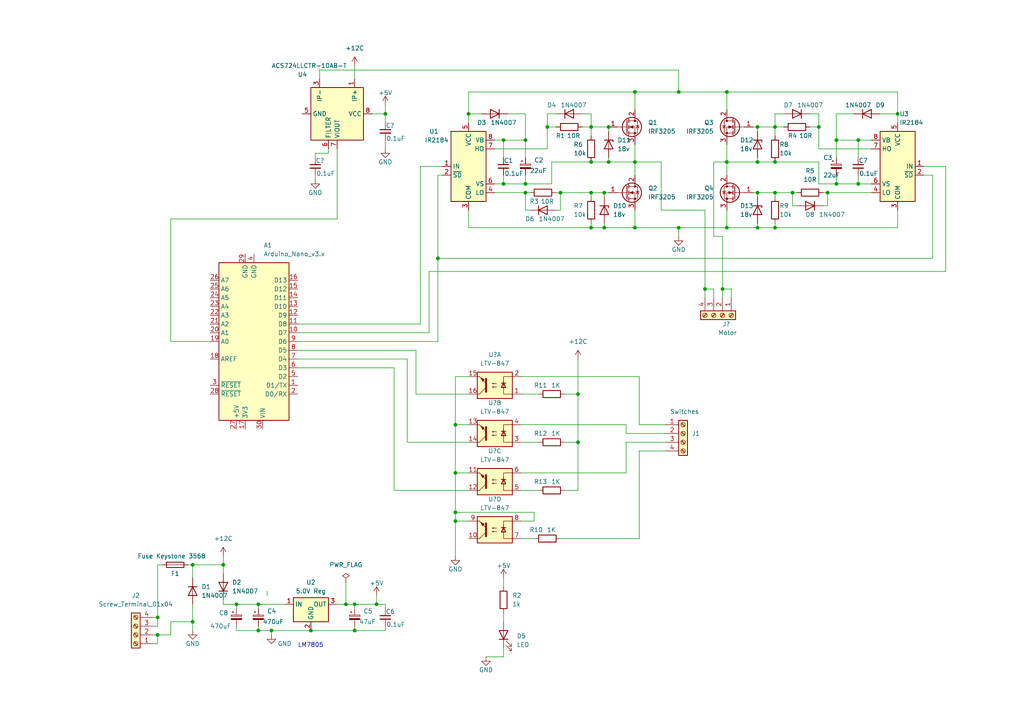
<source format=kicad_sch>
(kicad_sch (version 20211123) (generator eeschema)
  (paper "A4")
  (title_block (title "Steer Board") (date "2023-01-12") (comment 1 "Single Antenna Autosteer"))
  (lib_symbols
    (symbol "Connector:Screw_Terminal_01x04" (pin_names (offset 1.016) hide)
      (property "Reference" "J" (at 0 5.08 0))
      (property "Value" "Screw_Terminal_01x04" (at 0 -7.62 0))
      (symbol "Screw_Terminal_01x04_1_1"
        (rectangle (start -1.27 3.81) (end 1.27 -6.35) (stroke (width 0.254)) (fill (type background)))
        (circle (center 0 -5.08) (radius 0.635) (stroke (width 0.1524)))
        (circle (center 0 -2.54) (radius 0.635) (stroke (width 0.1524)))
        (polyline (pts (xy -0.5334 -4.7498) (xy 0.3302 -5.588)) (stroke (width 0.1524)))
        (polyline (pts (xy -0.5334 -2.2098) (xy 0.3302 -3.048)) (stroke (width 0.1524)))
        (polyline (pts (xy -0.5334 0.3302) (xy 0.3302 -0.508)) (stroke (width 0.1524)))
        (polyline (pts (xy -0.5334 2.8702) (xy 0.3302 2.032)) (stroke (width 0.1524)))
        (polyline (pts (xy -0.3556 -4.572) (xy 0.508 -5.4102)) (stroke (width 0.1524)))
        (polyline (pts (xy -0.3556 -2.032) (xy 0.508 -2.8702)) (stroke (width 0.1524)))
        (polyline (pts (xy -0.3556 0.508) (xy 0.508 -0.3302)) (stroke (width 0.1524)))
        (polyline (pts (xy -0.3556 3.048) (xy 0.508 2.2098)) (stroke (width 0.1524)))
        (circle (center 0 0) (radius 0.635) (stroke (width 0.1524)))
        (circle (center 0 2.54) (radius 0.635) (stroke (width 0.1524)))
        (pin passive line (at -5.08 2.54 0) (length 3.81) (name "Pin_1") (number "1"))
        (pin passive line (at -5.08 0 0) (length 3.81) (name "Pin_2") (number "2"))
        (pin passive line (at -5.08 -2.54 0) (length 3.81) (name "Pin_3") (number "3"))
        (pin passive line (at -5.08 -5.08 0) (length 3.81) (name "Pin_4") (number "4"))
      )
    )
    (symbol "Converter_DCDC:OKI-78SR-3.3_1.5-W36-C"
      (property "Reference" "U" (at -3.81 3.175 0))
      (property "Value" "OKI-78SR-3.3_1.5-W36-C" (at 0 3.175 0))
      (symbol "OKI-78SR-3.3_1.5-W36-C_0_1"
        (rectangle (start -5.08 1.905) (end 5.08 -5.08) (stroke (width 0.254)) (fill (type background)))
      )
      (symbol "OKI-78SR-3.3_1.5-W36-C_1_1"
        (pin power_in line (at -7.62 0 0) (length 2.54) (name "IN") (number "1"))
        (pin power_in line (at 0 -7.62 90) (length 2.54) (name "GND") (number "2"))
        (pin power_out line (at 7.62 0 180) (length 2.54) (name "OUT") (number "3"))
      )
    )
    (symbol "Device:C_Polarized_Small" (pin_numbers hide) (pin_names (offset 0.254) hide)
      (property "Reference" "C" (at 0.254 1.778 0))
      (property "Value" "C_Polarized_Small" (at 0.254 -2.032 0))
      (symbol "C_Polarized_Small_0_1"
        (rectangle (start -1.524 -0.3048) (end 1.524 -0.6858) (fill (type outline)))
        (rectangle (start -1.524 0.6858) (end 1.524 0.3048))
        (polyline (pts (xy -1.27 1.524) (xy -0.762 1.524)))
        (polyline (pts (xy -1.016 1.27) (xy -1.016 1.778)))
      )
      (symbol "C_Polarized_Small_1_1"
        (pin passive line (at 0 2.54 270) (length 1.8542) (name "~") (number "1"))
        (pin passive line (at 0 -2.54 90) (length 1.8542) (name "~") (number "2"))
      )
    )
    (symbol "Device:C_Small" (pin_numbers hide) (pin_names (offset 0.254) hide)
      (property "Reference" "C" (at 0.254 1.778 0))
      (property "Value" "C_Small" (at 0.254 -2.032 0))
      (symbol "C_Small_0_1"
        (polyline (pts (xy -1.524 -0.508) (xy 1.524 -0.508)) (stroke (width 0.3302)))
        (polyline (pts (xy -1.524 0.508) (xy 1.524 0.508)) (stroke (width 0.3048)))
      )
      (symbol "C_Small_1_1"
        (pin passive line (at 0 2.54 270) (length 2.032) (name "~") (number "1"))
        (pin passive line (at 0 -2.54 90) (length 2.032) (name "~") (number "2"))
      )
    )
    (symbol "Device:D_Zener" (pin_numbers hide) (pin_names (offset 1.016) hide)
      (property "Reference" "D" (at 0 2.54 0))
      (property "Value" "D_Zener" (at 0 -2.54 0))
      (symbol "D_Zener_0_1"
        (polyline (pts (xy 1.27 0) (xy -1.27 0)))
        (polyline (pts (xy -1.27 -1.27) (xy -1.27 1.27) (xy -0.762 1.27)) (stroke (width 0.254)))
        (polyline (pts (xy 1.27 -1.27) (xy 1.27 1.27) (xy -1.27 0) (xy 1.27 -1.27)) (stroke (width 0.254)))
      )
      (symbol "D_Zener_1_1"
        (pin passive line (at -3.81 0 0) (length 2.54) (name "K") (number "1"))
        (pin passive line (at 3.81 0 180) (length 2.54) (name "A") (number "2"))
      )
    )
    (symbol "Device:Fuse" (pin_numbers hide) (pin_names (offset 0))
      (property "Reference" "F" (at 2.032 0 90))
      (property "Value" "Fuse" (at -1.905 0 90))
      (symbol "Fuse_0_1"
        (rectangle (start -0.762 -2.54) (end 0.762 2.54) (stroke (width 0.254)))
        (polyline (pts (xy 0 2.54) (xy 0 -2.54)))
      )
      (symbol "Fuse_1_1"
        (pin passive line (at 0 3.81 270) (length 1.27) (name "~") (number "1"))
        (pin passive line (at 0 -3.81 90) (length 1.27) (name "~") (number "2"))
      )
    )
    (symbol "Device:LED" (pin_numbers hide) (pin_names (offset 1.016) hide)
      (property "Reference" "D" (at 0 2.54 0))
      (property "Value" "LED" (at 0 -2.54 0))
      (symbol "LED_0_1"
        (polyline (pts (xy -1.27 -1.27) (xy -1.27 1.27)) (stroke (width 0.254)))
        (polyline (pts (xy -1.27 0) (xy 1.27 0)))
        (polyline (pts (xy 1.27 -1.27) (xy 1.27 1.27) (xy -1.27 0) (xy 1.27 -1.27)) (stroke (width 0.254)))
        (polyline (pts (xy -3.048 -0.762) (xy -4.572 -2.286) (xy -3.81 -2.286) (xy -4.572 -2.286) (xy -4.572 -1.524)))
        (polyline (pts (xy -1.778 -0.762) (xy -3.302 -2.286) (xy -2.54 -2.286) (xy -3.302 -2.286) (xy -3.302 -1.524)))
      )
      (symbol "LED_1_1"
        (pin passive line (at -3.81 0 0) (length 2.54) (name "K") (number "1"))
        (pin passive line (at 3.81 0 180) (length 2.54) (name "A") (number "2"))
      )
    )
    (symbol "Device:R" (pin_numbers hide) (pin_names (offset 0))
      (property "Reference" "R" (at 2.032 0 90))
      (property "Value" "R" (at 0 0 90))
      (symbol "R_0_1"
        (rectangle (start -1.016 -2.54) (end 1.016 2.54) (stroke (width 0.254)))
      )
      (symbol "R_1_1"
        (pin passive line (at 0 3.81 270) (length 1.27) (name "~") (number "1"))
        (pin passive line (at 0 -3.81 90) (length 1.27) (name "~") (number "2"))
      )
    )
    (symbol "Diode:1N4007" (pin_numbers hide) (pin_names hide)
      (property "Reference" "D" (at 0 2.54 0))
      (property "Value" "1N4007" (at 0 -2.54 0))
      (symbol "1N4007_0_1"
        (polyline (pts (xy -1.27 1.27) (xy -1.27 -1.27)) (stroke (width 0.254)))
        (polyline (pts (xy 1.27 0) (xy -1.27 0)))
        (polyline (pts (xy 1.27 1.27) (xy 1.27 -1.27) (xy -1.27 0) (xy 1.27 1.27)) (stroke (width 0.254)))
      )
      (symbol "1N4007_1_1"
        (pin passive line (at -3.81 0 0) (length 2.54) (name "K") (number "1"))
        (pin passive line (at 3.81 0 180) (length 2.54) (name "A") (number "2"))
      )
    )
    (symbol "Driver_FET:IR2184"
      (property "Reference" "U" (at 1.27 13.335 0))
      (property "Value" "IR2184" (at 1.27 11.43 0))
      (symbol "IR2184_0_1"
        (rectangle (start -5.08 -10.16) (end 5.08 10.16) (stroke (width 0.254)) (fill (type background)))
      )
      (symbol "IR2184_1_1"
        (pin input line (at -7.62 0 0) (length 2.54) (name "IN") (number "1"))
        (pin input line (at -7.62 -2.54 0) (length 2.54) (name "~{SD}") (number "2"))
        (pin power_in line (at 0 -12.7 90) (length 2.54) (name "COM") (number "3"))
        (pin output line (at 7.62 -7.62 180) (length 2.54) (name "LO") (number "4"))
        (pin power_in line (at 0 12.7 270) (length 2.54) (name "VCC") (number "5"))
        (pin passive line (at 7.62 -5.08 180) (length 2.54) (name "VS") (number "6"))
        (pin output line (at 7.62 5.08 180) (length 2.54) (name "HO") (number "7"))
        (pin passive line (at 7.62 7.62 180) (length 2.54) (name "VB") (number "8"))
      )
    )
    (symbol "Isolator:LTV-847" (pin_names (offset 1.016))
      (property "Reference" "U" (at -5.08 5.08 0))
      (property "Value" "LTV-847" (at 0 5.08 0))
      (symbol "LTV-847_0_1"
        (rectangle (start -5.08 3.81) (end 5.08 -3.81) (stroke (width 0.254)) (fill (type background)))
        (polyline (pts (xy -3.175 -0.635) (xy -1.905 -0.635)) (stroke (width 0.254)))
        (polyline (pts (xy 2.54 0.635) (xy 4.445 2.54)))
        (polyline (pts (xy 4.445 -2.54) (xy 2.54 -0.635)) (fill (type outline)))
        (polyline (pts (xy 4.445 -2.54) (xy 5.08 -2.54)))
        (polyline (pts (xy 4.445 2.54) (xy 5.08 2.54)))
        (polyline (pts (xy -2.54 -0.635) (xy -2.54 -2.54) (xy -5.08 -2.54)))
        (polyline (pts (xy 2.54 1.905) (xy 2.54 -1.905) (xy 2.54 -1.905)) (stroke (width 0.508)))
        (polyline (pts (xy -5.08 2.54) (xy -2.54 2.54) (xy -2.54 -1.27) (xy -2.54 0.635)))
        (polyline (pts (xy -2.54 -0.635) (xy -3.175 0.635) (xy -1.905 0.635) (xy -2.54 -0.635)) (stroke (width 0.254)))
        (polyline (pts (xy -0.508 -0.508) (xy 0.762 -0.508) (xy 0.381 -0.635) (xy 0.381 -0.381) (xy 0.762 -0.508)))
        (polyline (pts (xy -0.508 0.508) (xy 0.762 0.508) (xy 0.381 0.381) (xy 0.381 0.635) (xy 0.762 0.508)))
        (polyline (pts (xy 3.048 -1.651) (xy 3.556 -1.143) (xy 4.064 -2.159) (xy 3.048 -1.651) (xy 3.048 -1.651)) (fill (type outline)))
      )
      (symbol "LTV-847_1_1"
        (pin passive line (at -7.62 2.54 0) (length 2.54) (name "~") (number "1"))
        (pin passive line (at 7.62 -2.54 180) (length 2.54) (name "~") (number "15"))
        (pin passive line (at 7.62 2.54 180) (length 2.54) (name "~") (number "16"))
        (pin passive line (at -7.62 -2.54 0) (length 2.54) (name "~") (number "2"))
      )
      (symbol "LTV-847_2_1"
        (pin passive line (at 7.62 -2.54 180) (length 2.54) (name "~") (number "13"))
        (pin passive line (at 7.62 2.54 180) (length 2.54) (name "~") (number "14"))
        (pin passive line (at -7.62 2.54 0) (length 2.54) (name "~") (number "3"))
        (pin passive line (at -7.62 -2.54 0) (length 2.54) (name "~") (number "4"))
      )
      (symbol "LTV-847_3_1"
        (pin passive line (at 7.62 -2.54 180) (length 2.54) (name "~") (number "11"))
        (pin passive line (at 7.62 2.54 180) (length 2.54) (name "~") (number "12"))
        (pin passive line (at -7.62 2.54 0) (length 2.54) (name "~") (number "5"))
        (pin passive line (at -7.62 -2.54 0) (length 2.54) (name "~") (number "6"))
      )
      (symbol "LTV-847_4_1"
        (pin passive line (at 7.62 2.54 180) (length 2.54) (name "~") (number "10"))
        (pin passive line (at -7.62 2.54 0) (length 2.54) (name "~") (number "7"))
        (pin passive line (at -7.62 -2.54 0) (length 2.54) (name "~") (number "8"))
        (pin passive line (at 7.62 -2.54 180) (length 2.54) (name "~") (number "9"))
      )
    )
    (symbol "MCU_Module:Arduino_Nano_v3.x"
      (property "Reference" "A" (at -10.16 23.495 0))
      (property "Value" "Arduino_Nano_v3.x" (at 5.08 -24.13 0))
      (symbol "Arduino_Nano_v3.x_0_1"
        (rectangle (start -10.16 22.86) (end 10.16 -22.86) (stroke (width 0.254)) (fill (type background)))
      )
      (symbol "Arduino_Nano_v3.x_1_1"
        (pin bidirectional line (at -12.7 12.7 0) (length 2.54) (name "D1/TX") (number "1"))
        (pin bidirectional line (at -12.7 -2.54 0) (length 2.54) (name "D7") (number "10"))
        (pin bidirectional line (at -12.7 -5.08 0) (length 2.54) (name "D8") (number "11"))
        (pin bidirectional line (at -12.7 -7.62 0) (length 2.54) (name "D9") (number "12"))
        (pin bidirectional line (at -12.7 -10.16 0) (length 2.54) (name "D10") (number "13"))
        (pin bidirectional line (at -12.7 -12.7 0) (length 2.54) (name "D11") (number "14"))
        (pin bidirectional line (at -12.7 -15.24 0) (length 2.54) (name "D12") (number "15"))
        (pin bidirectional line (at -12.7 -17.78 0) (length 2.54) (name "D13") (number "16"))
        (pin power_out line (at 2.54 25.4 270) (length 2.54) (name "3V3") (number "17"))
        (pin input line (at 12.7 5.08 180) (length 2.54) (name "AREF") (number "18"))
        (pin bidirectional line (at 12.7 0 180) (length 2.54) (name "A0") (number "19"))
        (pin bidirectional line (at -12.7 15.24 0) (length 2.54) (name "D0/RX") (number "2"))
        (pin bidirectional line (at 12.7 -2.54 180) (length 2.54) (name "A1") (number "20"))
        (pin bidirectional line (at 12.7 -5.08 180) (length 2.54) (name "A2") (number "21"))
        (pin bidirectional line (at 12.7 -7.62 180) (length 2.54) (name "A3") (number "22"))
        (pin bidirectional line (at 12.7 -10.16 180) (length 2.54) (name "A4") (number "23"))
        (pin bidirectional line (at 12.7 -12.7 180) (length 2.54) (name "A5") (number "24"))
        (pin bidirectional line (at 12.7 -15.24 180) (length 2.54) (name "A6") (number "25"))
        (pin bidirectional line (at 12.7 -17.78 180) (length 2.54) (name "A7") (number "26"))
        (pin power_out line (at 5.08 25.4 270) (length 2.54) (name "+5V") (number "27"))
        (pin input line (at 12.7 15.24 180) (length 2.54) (name "~{RESET}") (number "28"))
        (pin power_in line (at 2.54 -25.4 90) (length 2.54) (name "GND") (number "29"))
        (pin input line (at 12.7 12.7 180) (length 2.54) (name "~{RESET}") (number "3"))
        (pin power_in line (at -2.54 25.4 270) (length 2.54) (name "VIN") (number "30"))
        (pin power_in line (at 0 -25.4 90) (length 2.54) (name "GND") (number "4"))
        (pin bidirectional line (at -12.7 10.16 0) (length 2.54) (name "D2") (number "5"))
        (pin bidirectional line (at -12.7 7.62 0) (length 2.54) (name "D3") (number "6"))
        (pin bidirectional line (at -12.7 5.08 0) (length 2.54) (name "D4") (number "7"))
        (pin bidirectional line (at -12.7 2.54 0) (length 2.54) (name "D5") (number "8"))
        (pin bidirectional line (at -12.7 0 0) (length 2.54) (name "D6") (number "9"))
      )
    )
    (symbol "Sensor_Current:ACS724xLCTR-05AB"
      (property "Reference" "U" (at 2.54 11.43 0))
      (property "Value" "ACS724xLCTR-05AB" (at 2.54 8.89 0))
      (symbol "ACS724xLCTR-05AB_0_1"
        (rectangle (start -7.62 7.62) (end 7.62 -7.62) (stroke (width 0.254)) (fill (type background)))
      )
      (symbol "ACS724xLCTR-05AB_1_1"
        (pin passive line (at -10.16 5.08 0) (length 2.54) (name "IP+") (number "1"))
        (pin passive line (at -10.16 5.08 0) (length 2.54) hide (name "IP+") (number "2"))
        (pin passive line (at -10.16 -5.08 0) (length 2.54) (name "IP-") (number "3"))
        (pin passive line (at -10.16 -5.08 0) (length 2.54) hide (name "IP-") (number "4"))
        (pin power_in line (at 0 -10.16 90) (length 2.54) (name "GND") (number "5"))
        (pin passive line (at 10.16 -2.54 180) (length 2.54) (name "FILTER") (number "6"))
        (pin output line (at 10.16 0 180) (length 2.54) (name "VIOUT") (number "7"))
        (pin power_in line (at 0 10.16 270) (length 2.54) (name "VCC") (number "8"))
      )
    )
    (symbol "Transistor_FET:IRF3205" (pin_names hide)
      (property "Reference" "Q" (at 6.35 1.905 0))
      (property "Value" "IRF3205" (at 6.35 0 0))
      (symbol "IRF3205_0_1"
        (polyline (pts (xy 0.254 0) (xy -2.54 0)))
        (polyline (pts (xy 0.254 1.905) (xy 0.254 -1.905)) (stroke (width 0.254)))
        (polyline (pts (xy 0.762 -1.27) (xy 0.762 -2.286)) (stroke (width 0.254)))
        (polyline (pts (xy 0.762 0.508) (xy 0.762 -0.508)) (stroke (width 0.254)))
        (polyline (pts (xy 0.762 2.286) (xy 0.762 1.27)) (stroke (width 0.254)))
        (polyline (pts (xy 2.54 2.54) (xy 2.54 1.778)))
        (polyline (pts (xy 2.54 -2.54) (xy 2.54 0) (xy 0.762 0)))
        (polyline (pts (xy 0.762 -1.778) (xy 3.302 -1.778) (xy 3.302 1.778) (xy 0.762 1.778)))
        (polyline (pts (xy 1.016 0) (xy 2.032 0.381) (xy 2.032 -0.381) (xy 1.016 0)) (fill (type outline)))
        (polyline (pts (xy 2.794 0.508) (xy 2.921 0.381) (xy 3.683 0.381) (xy 3.81 0.254)))
        (polyline (pts (xy 3.302 0.381) (xy 2.921 -0.254) (xy 3.683 -0.254) (xy 3.302 0.381)))
        (circle (center 1.651 0) (radius 2.794) (stroke (width 0.254)))
        (circle (center 2.54 -1.778) (radius 0.254) (fill (type outline)))
        (circle (center 2.54 1.778) (radius 0.254) (fill (type outline)))
      )
      (symbol "IRF3205_1_1"
        (pin input line (at -5.08 0 0) (length 2.54) (name "G") (number "1"))
        (pin passive line (at 2.54 5.08 270) (length 2.54) (name "D") (number "2"))
        (pin passive line (at 2.54 -5.08 90) (length 2.54) (name "S") (number "3"))
      )
    )
    (symbol "power:+12C" (power) (pin_names (offset 0))
      (property "Value" "+12C" (at 0 3.81 0))
      (symbol "+12C_0_1"
        (polyline (pts (xy -0.762 1.27) (xy 0 2.54)))
        (polyline (pts (xy 0 0) (xy 0 2.54)))
        (polyline (pts (xy 0 2.54) (xy 0.762 1.27)))
      )
      (symbol "+12C_1_1"
        (pin power_in line (at 0 0 90) (length 0) hide (name "+12C") (number "1"))
      )
    )
    (symbol "power:+5V" (power) (pin_names (offset 0))
      (property "Value" "+5V" (at 0 3.556 0))
      (symbol "+5V_0_1"
        (polyline (pts (xy -0.762 1.27) (xy 0 2.54)))
        (polyline (pts (xy 0 0) (xy 0 2.54)))
        (polyline (pts (xy 0 2.54) (xy 0.762 1.27)))
      )
      (symbol "+5V_1_1"
        (pin power_in line (at 0 0 90) (length 0) hide (name "+5V") (number "1"))
      )
    )
    (symbol "power:GND" (power) (pin_names (offset 0))
      (property "Value" "GND" (at 0 -3.81 0))
      (symbol "GND_0_1"
        (polyline (pts (xy 0 0) (xy 0 -1.27) (xy 1.27 -1.27) (xy 0 -2.54) (xy -1.27 -1.27) (xy 0 -1.27)))
      )
      (symbol "GND_1_1"
        (pin power_in line (at 0 0 270) (length 0) hide (name "GND") (number "1"))
      )
    )
    (symbol "power:PWR_FLAG" (power) (pin_numbers hide) (pin_names (offset 0) hide)
      (property "Value" "PWR_FLAG" (at 0 3.81 0))
      (symbol "PWR_FLAG_0_0"
        (pin power_out line (at 0 0 90) (length 0) (name "pwr") (number "1"))
      )
      (symbol "PWR_FLAG_0_1"
        (polyline (pts (xy 0 0) (xy 0 1.27) (xy -1.016 1.905) (xy 0 2.54) (xy 1.016 1.905) (xy 0 1.27)))
      )
    )
  )
  (junction (at 109.22 175.26))
  (junction (at 248.92 40.64))
  (junction (at 100.33 175.26))
  (junction (at 219.71 46.99))
  (junction (at 146.05 53.34))
  (junction (at 176.53 36.83))
  (junction (at 146.05 40.64))
  (junction (at 196.85 26.67))
  (junction (at 74.93 182.88))
  (junction (at 171.45 66.04))
  (junction (at 45.72 179.07))
  (junction (at 111.76 33.02))
  (junction (at 132.08 137.16))
  (junction (at 219.71 55.88))
  (junction (at 184.15 26.67))
  (junction (at 171.45 36.83))
  (junction (at 167.64 114.3))
  (junction (at 90.17 182.88))
  (junction (at 237.49 36.83))
  (junction (at 68.58 175.26))
  (junction (at 229.87 55.88))
  (junction (at 210.82 26.67))
  (junction (at 240.03 55.88))
  (junction (at 224.79 46.99))
  (junction (at 224.79 36.83))
  (junction (at 152.4 53.34))
  (junction (at 209.55 83.82))
  (junction (at 64.77 163.83))
  (junction (at 132.08 123.19))
  (junction (at 135.89 33.02))
  (junction (at 74.93 175.26))
  (junction (at 55.88 180.34))
  (junction (at 132.08 151.13))
  (junction (at 184.15 66.04))
  (junction (at 204.47 83.82))
  (junction (at 184.15 46.99))
  (junction (at 175.26 55.88))
  (junction (at 224.79 55.88))
  (junction (at 171.45 55.88))
  (junction (at 248.92 53.34))
  (junction (at 78.74 182.88))
  (junction (at 242.57 53.34))
  (junction (at 152.4 40.64))
  (junction (at 175.26 66.04))
  (junction (at 242.57 40.64))
  (junction (at 158.75 36.83))
  (junction (at 210.82 66.04))
  (junction (at 219.71 66.04))
  (junction (at 132.08 148.59))
  (junction (at 102.87 182.88))
  (junction (at 102.87 175.26))
  (junction (at 162.56 55.88))
  (junction (at 224.79 66.04))
  (junction (at 55.88 163.83))
  (junction (at 152.4 55.88))
  (junction (at 196.85 66.04))
  (junction (at 127 74.93))
  (junction (at 210.82 46.99))
  (junction (at 176.53 46.99))
  (junction (at 219.71 36.83))
  (junction (at 167.64 128.27))
  (junction (at 45.72 184.15))
  (junction (at 171.45 46.99))
  (junction (at 260.35 33.02))
  (wire (pts (xy 97.79 175.26) (xy 100.33 175.26)))
  (wire (pts (xy 95.25 44.45) (xy 91.44 44.45)))
  (wire (pts (xy 45.72 163.83) (xy 45.72 179.07)))
  (wire (pts (xy 146.05 167.64) (xy 146.05 170.18)))
  (wire (pts (xy 212.09 83.82) (xy 209.55 83.82)))
  (wire (pts (xy 100.33 168.91) (xy 100.33 175.26)))
  (wire (pts (xy 210.82 66.04) (xy 219.71 66.04)))
  (wire (pts (xy 184.15 46.99) (xy 184.15 50.8)))
  (wire (pts (xy 102.87 175.26) (xy 109.22 175.26)))
  (wire (pts (xy 143.51 43.18) (xy 158.75 43.18)))
  (wire (pts (xy 248.92 40.64) (xy 252.73 40.64)))
  (wire (pts (xy 45.72 186.69) (xy 45.72 184.15)))
  (wire (pts (xy 44.45 186.69) (xy 45.72 186.69)))
  (wire (pts (xy 224.79 36.83) (xy 227.33 36.83)))
  (wire (pts (xy 160.02 46.99) (xy 171.45 46.99)))
  (wire (pts (xy 55.88 163.83) (xy 64.77 163.83)))
  (wire (pts (xy 210.82 41.91) (xy 210.82 46.99)))
  (wire (pts (xy 171.45 36.83) (xy 176.53 36.83)))
  (wire (pts (xy 171.45 36.83) (xy 171.45 39.37)))
  (wire (pts (xy 90.17 182.88) (xy 102.87 182.88)))
  (wire (pts (xy 218.44 55.88) (xy 219.71 55.88)))
  (wire (pts (xy 44.45 181.61) (xy 45.72 181.61)))
  (wire (pts (xy 143.51 53.34) (xy 146.05 53.34)))
  (wire (pts (xy 132.08 109.22) (xy 132.08 123.19)))
  (wire (pts (xy 153.67 60.96) (xy 152.4 60.96)))
  (wire (pts (xy 151.13 109.22) (xy 185.42 109.22)))
  (wire (pts (xy 196.85 20.32) (xy 196.85 26.67)))
  (wire (pts (xy 255.27 33.02) (xy 260.35 33.02)))
  (wire (pts (xy 224.79 55.88) (xy 224.79 57.15)))
  (wire (pts (xy 210.82 26.67) (xy 196.85 26.67)))
  (wire (pts (xy 135.89 33.02) (xy 139.7 33.02)))
  (wire (pts (xy 95.25 43.18) (xy 95.25 44.45)))
  (wire (pts (xy 209.55 68.58) (xy 207.01 68.58)))
  (wire (pts (xy 209.55 86.36) (xy 209.55 83.82)))
  (wire (pts (xy 185.42 123.19) (xy 193.04 123.19)))
  (wire (pts (xy 161.29 55.88) (xy 162.56 55.88)))
  (wire (pts (xy 77.47 172.72) (xy 77.47 171.45)))
  (wire (pts (xy 175.26 66.04) (xy 184.15 66.04)))
  (wire (pts (xy 242.57 40.64) (xy 242.57 45.72)))
  (wire (pts (xy 274.32 78.74) (xy 124.46 78.74)))
  (wire (pts (xy 46.99 163.83) (xy 45.72 163.83)))
  (wire (pts (xy 207.01 86.36) (xy 207.01 83.82)))
  (wire (pts (xy 140.97 190.5) (xy 146.05 190.5)))
  (wire (pts (xy 91.44 44.45) (xy 91.44 45.72)))
  (wire (pts (xy 86.36 93.98) (xy 121.92 93.98)))
  (wire (pts (xy 267.97 50.8) (xy 270.51 50.8)))
  (wire (pts (xy 219.71 46.99) (xy 224.79 46.99)))
  (wire (pts (xy 176.53 36.83) (xy 176.53 38.1)))
  (wire (pts (xy 242.57 33.02) (xy 247.65 33.02)))
  (wire (pts (xy 64.77 175.26) (xy 68.58 175.26)))
  (wire (pts (xy 102.87 181.61) (xy 102.87 182.88)))
  (wire (pts (xy 218.44 36.83) (xy 219.71 36.83)))
  (wire (pts (xy 143.51 55.88) (xy 152.4 55.88)))
  (wire (pts (xy 184.15 26.67) (xy 196.85 26.67)))
  (wire (pts (xy 240.03 55.88) (xy 252.73 55.88)))
  (wire (pts (xy 224.79 46.99) (xy 237.49 46.99)))
  (wire (pts (xy 135.89 142.24) (xy 114.3 142.24)))
  (wire (pts (xy 242.57 40.64) (xy 248.92 40.64)))
  (wire (pts (xy 238.76 55.88) (xy 240.03 55.88)))
  (wire (pts (xy 175.26 64.77) (xy 175.26 66.04)))
  (wire (pts (xy 152.4 53.34) (xy 160.02 53.34)))
  (wire (pts (xy 242.57 53.34) (xy 248.92 53.34)))
  (wire (pts (xy 234.95 36.83) (xy 237.49 36.83)))
  (wire (pts (xy 207.01 68.58) (xy 207.01 46.99)))
  (wire (pts (xy 237.49 53.34) (xy 242.57 53.34)))
  (wire (pts (xy 152.4 50.8) (xy 152.4 53.34)))
  (wire (pts (xy 171.45 55.88) (xy 171.45 57.15)))
  (wire (pts (xy 146.05 53.34) (xy 152.4 53.34)))
  (wire (pts (xy 92.71 20.32) (xy 196.85 20.32)))
  (wire (pts (xy 191.77 60.96) (xy 191.77 46.99)))
  (wire (pts (xy 175.26 55.88) (xy 176.53 55.88)))
  (wire (pts (xy 111.76 40.64) (xy 111.76 43.18)))
  (wire (pts (xy 167.64 114.3) (xy 163.83 114.3)))
  (wire (pts (xy 49.53 180.34) (xy 49.53 184.15)))
  (wire (pts (xy 121.92 48.26) (xy 128.27 48.26)))
  (wire (pts (xy 161.29 60.96) (xy 162.56 60.96)))
  (wire (pts (xy 248.92 53.34) (xy 252.73 53.34)))
  (wire (pts (xy 171.45 46.99) (xy 176.53 46.99)))
  (wire (pts (xy 181.61 128.27) (xy 193.04 128.27)))
  (wire (pts (xy 152.4 55.88) (xy 152.4 60.96)))
  (wire (pts (xy 219.71 36.83) (xy 224.79 36.83)))
  (wire (pts (xy 260.35 35.56) (xy 260.35 33.02)))
  (wire (pts (xy 219.71 45.72) (xy 219.71 46.99)))
  (wire (pts (xy 127 50.8) (xy 128.27 50.8)))
  (wire (pts (xy 135.89 26.67) (xy 184.15 26.67)))
  (wire (pts (xy 49.53 99.06) (xy 60.96 99.06)))
  (wire (pts (xy 107.95 33.02) (xy 111.76 33.02)))
  (wire (pts (xy 210.82 46.99) (xy 210.82 50.8)))
  (wire (pts (xy 231.14 59.69) (xy 229.87 59.69)))
  (wire (pts (xy 242.57 33.02) (xy 242.57 40.64)))
  (wire (pts (xy 237.49 36.83) (xy 237.49 43.18)))
  (wire (pts (xy 229.87 55.88) (xy 229.87 59.69)))
  (wire (pts (xy 185.42 156.21) (xy 185.42 130.81)))
  (wire (pts (xy 171.45 64.77) (xy 171.45 66.04)))
  (wire (pts (xy 237.49 33.02) (xy 237.49 36.83)))
  (wire (pts (xy 147.32 33.02) (xy 152.4 33.02)))
  (wire (pts (xy 132.08 137.16) (xy 135.89 137.16)))
  (wire (pts (xy 229.87 55.88) (xy 231.14 55.88)))
  (wire (pts (xy 102.87 19.05) (xy 102.87 22.86)))
  (wire (pts (xy 68.58 182.88) (xy 74.93 182.88)))
  (wire (pts (xy 234.95 33.02) (xy 237.49 33.02)))
  (wire (pts (xy 68.58 175.26) (xy 68.58 176.53)))
  (wire (pts (xy 191.77 46.99) (xy 184.15 46.99)))
  (wire (pts (xy 120.65 101.6) (xy 120.65 114.3)))
  (wire (pts (xy 64.77 163.83) (xy 64.77 166.37)))
  (wire (pts (xy 163.83 128.27) (xy 167.64 128.27)))
  (wire (pts (xy 207.01 83.82) (xy 204.47 83.82)))
  (wire (pts (xy 135.89 66.04) (xy 171.45 66.04)))
  (wire (pts (xy 212.09 86.36) (xy 212.09 83.82)))
  (wire (pts (xy 132.08 151.13) (xy 135.89 151.13)))
  (wire (pts (xy 102.87 182.88) (xy 111.76 182.88)))
  (wire (pts (xy 109.22 175.26) (xy 111.76 175.26)))
  (wire (pts (xy 185.42 130.81) (xy 193.04 130.81)))
  (wire (pts (xy 154.94 148.59) (xy 132.08 148.59)))
  (wire (pts (xy 146.05 40.64) (xy 146.05 45.72)))
  (wire (pts (xy 127 74.93) (xy 127 50.8)))
  (wire (pts (xy 237.49 43.18) (xy 252.73 43.18)))
  (wire (pts (xy 132.08 148.59) (xy 132.08 151.13)))
  (wire (pts (xy 132.08 123.19) (xy 135.89 123.19)))
  (wire (pts (xy 158.75 36.83) (xy 158.75 43.18)))
  (wire (pts (xy 181.61 125.73) (xy 193.04 125.73)))
  (wire (pts (xy 184.15 41.91) (xy 184.15 46.99)))
  (wire (pts (xy 207.01 46.99) (xy 210.82 46.99)))
  (wire (pts (xy 111.76 33.02) (xy 111.76 35.56)))
  (wire (pts (xy 74.93 181.61) (xy 74.93 182.88)))
  (wire (pts (xy 124.46 78.74) (xy 124.46 96.52)))
  (wire (pts (xy 146.05 40.64) (xy 152.4 40.64)))
  (wire (pts (xy 114.3 106.68) (xy 114.3 142.24)))
  (wire (pts (xy 219.71 66.04) (xy 224.79 66.04)))
  (wire (pts (xy 219.71 55.88) (xy 224.79 55.88)))
  (wire (pts (xy 158.75 36.83) (xy 161.29 36.83)))
  (wire (pts (xy 219.71 55.88) (xy 219.71 57.15)))
  (wire (pts (xy 135.89 60.96) (xy 135.89 66.04)))
  (wire (pts (xy 163.83 142.24) (xy 167.64 142.24)))
  (wire (pts (xy 210.82 60.96) (xy 210.82 66.04)))
  (wire (pts (xy 168.91 36.83) (xy 171.45 36.83)))
  (wire (pts (xy 152.4 33.02) (xy 152.4 40.64)))
  (wire (pts (xy 127 99.06) (xy 127 74.93)))
  (wire (pts (xy 270.51 74.93) (xy 127 74.93)))
  (wire (pts (xy 224.79 33.02) (xy 224.79 36.83)))
  (wire (pts (xy 167.64 104.14) (xy 167.64 114.3)))
  (wire (pts (xy 160.02 46.99) (xy 160.02 53.34)))
  (wire (pts (xy 210.82 46.99) (xy 219.71 46.99)))
  (wire (pts (xy 78.74 184.15) (xy 78.74 182.88)))
  (wire (pts (xy 151.13 142.24) (xy 156.21 142.24)))
  (wire (pts (xy 45.72 184.15) (xy 44.45 184.15)))
  (wire (pts (xy 227.33 33.02) (xy 224.79 33.02)))
  (wire (pts (xy 171.45 66.04) (xy 175.26 66.04)))
  (wire (pts (xy 161.29 33.02) (xy 158.75 33.02)))
  (wire (pts (xy 151.13 151.13) (xy 154.94 151.13)))
  (wire (pts (xy 167.64 128.27) (xy 167.64 142.24)))
  (wire (pts (xy 118.11 104.14) (xy 118.11 128.27)))
  (wire (pts (xy 55.88 180.34) (xy 49.53 180.34)))
  (wire (pts (xy 270.51 50.8) (xy 270.51 74.93)))
  (wire (pts (xy 109.22 172.72) (xy 109.22 175.26)))
  (wire (pts (xy 274.32 48.26) (xy 274.32 78.74)))
  (wire (pts (xy 224.79 55.88) (xy 229.87 55.88)))
  (wire (pts (xy 158.75 33.02) (xy 158.75 36.83)))
  (wire (pts (xy 248.92 40.64) (xy 248.92 45.72)))
  (wire (pts (xy 135.89 35.56) (xy 135.89 33.02)))
  (wire (pts (xy 132.08 123.19) (xy 132.08 137.16)))
  (wire (pts (xy 204.47 83.82) (xy 204.47 60.96)))
  (wire (pts (xy 204.47 86.36) (xy 204.47 83.82)))
  (wire (pts (xy 248.92 50.8) (xy 248.92 53.34)))
  (wire (pts (xy 210.82 31.75) (xy 210.82 26.67)))
  (wire (pts (xy 184.15 26.67) (xy 184.15 31.75)))
  (wire (pts (xy 143.51 40.64) (xy 146.05 40.64)))
  (wire (pts (xy 146.05 50.8) (xy 146.05 53.34)))
  (wire (pts (xy 151.13 128.27) (xy 156.21 128.27)))
  (wire (pts (xy 97.79 63.5) (xy 49.53 63.5)))
  (wire (pts (xy 260.35 60.96) (xy 260.35 66.04)))
  (wire (pts (xy 162.56 55.88) (xy 162.56 60.96)))
  (wire (pts (xy 114.3 106.68) (xy 86.36 106.68)))
  (wire (pts (xy 168.91 33.02) (xy 171.45 33.02)))
  (wire (pts (xy 224.79 64.77) (xy 224.79 66.04)))
  (wire (pts (xy 176.53 45.72) (xy 176.53 46.99)))
  (wire (pts (xy 184.15 66.04) (xy 184.15 60.96)))
  (wire (pts (xy 171.45 33.02) (xy 171.45 36.83)))
  (wire (pts (xy 151.13 114.3) (xy 156.21 114.3)))
  (wire (pts (xy 55.88 180.34) (xy 55.88 182.88)))
  (wire (pts (xy 135.89 109.22) (xy 132.08 109.22)))
  (wire (pts (xy 219.71 36.83) (xy 219.71 38.1)))
  (wire (pts (xy 74.93 175.26) (xy 82.55 175.26)))
  (wire (pts (xy 209.55 83.82) (xy 209.55 68.58)))
  (wire (pts (xy 167.64 128.27) (xy 167.64 114.3)))
  (wire (pts (xy 196.85 66.04) (xy 184.15 66.04)))
  (wire (pts (xy 68.58 175.26) (xy 74.93 175.26)))
  (wire (pts (xy 54.61 163.83) (xy 55.88 163.83)))
  (wire (pts (xy 224.79 36.83) (xy 224.79 39.37)))
  (wire (pts (xy 55.88 163.83) (xy 55.88 167.64)))
  (wire (pts (xy 224.79 66.04) (xy 260.35 66.04)))
  (wire (pts (xy 181.61 137.16) (xy 181.61 128.27)))
  (wire (pts (xy 74.93 182.88) (xy 78.74 182.88)))
  (wire (pts (xy 45.72 184.15) (xy 49.53 184.15)))
  (wire (pts (xy 196.85 66.04) (xy 196.85 68.58)))
  (wire (pts (xy 151.13 123.19) (xy 181.61 123.19)))
  (wire (pts (xy 91.44 50.8) (xy 91.44 52.07)))
  (wire (pts (xy 175.26 55.88) (xy 175.26 57.15)))
  (wire (pts (xy 49.53 63.5) (xy 49.53 99.06)))
  (wire (pts (xy 92.71 22.86) (xy 92.71 20.32)))
  (wire (pts (xy 55.88 175.26) (xy 55.88 180.34)))
  (wire (pts (xy 135.89 33.02) (xy 135.89 26.67)))
  (wire (pts (xy 146.05 177.8) (xy 146.05 180.34)))
  (wire (pts (xy 86.36 96.52) (xy 124.46 96.52)))
  (wire (pts (xy 120.65 101.6) (xy 86.36 101.6)))
  (wire (pts (xy 204.47 60.96) (xy 191.77 60.96)))
  (wire (pts (xy 111.76 33.02) (xy 111.76 30.48)))
  (wire (pts (xy 238.76 59.69) (xy 240.03 59.69)))
  (wire (pts (xy 132.08 137.16) (xy 132.08 148.59)))
  (wire (pts (xy 162.56 156.21) (xy 185.42 156.21)))
  (wire (pts (xy 176.53 46.99) (xy 184.15 46.99)))
  (wire (pts (xy 151.13 156.21) (xy 154.94 156.21)))
  (wire (pts (xy 100.33 175.26) (xy 102.87 175.26)))
  (wire (pts (xy 118.11 104.14) (xy 86.36 104.14)))
  (wire (pts (xy 210.82 26.67) (xy 260.35 26.67)))
  (wire (pts (xy 68.58 181.61) (xy 68.58 182.88)))
  (wire (pts (xy 111.76 181.61) (xy 111.76 182.88)))
  (wire (pts (xy 86.36 99.06) (xy 127 99.06)))
  (wire (pts (xy 171.45 55.88) (xy 175.26 55.88)))
  (wire (pts (xy 181.61 123.19) (xy 181.61 125.73)))
  (wire (pts (xy 97.79 43.18) (xy 97.79 63.5)))
  (wire (pts (xy 78.74 182.88) (xy 90.17 182.88)))
  (wire (pts (xy 45.72 181.61) (xy 45.72 179.07)))
  (wire (pts (xy 242.57 50.8) (xy 242.57 53.34)))
  (wire (pts (xy 121.92 48.26) (xy 121.92 93.98)))
  (wire (pts (xy 237.49 53.34) (xy 237.49 46.99)))
  (wire (pts (xy 151.13 137.16) (xy 181.61 137.16)))
  (wire (pts (xy 132.08 151.13) (xy 132.08 161.29)))
  (wire (pts (xy 64.77 173.99) (xy 64.77 175.26)))
  (wire (pts (xy 152.4 55.88) (xy 153.67 55.88)))
  (wire (pts (xy 162.56 55.88) (xy 171.45 55.88)))
  (wire (pts (xy 44.45 179.07) (xy 45.72 179.07)))
  (wire (pts (xy 74.93 175.26) (xy 74.93 176.53)))
  (wire (pts (xy 146.05 187.96) (xy 146.05 190.5)))
  (wire (pts (xy 267.97 48.26) (xy 274.32 48.26)))
  (wire (pts (xy 210.82 66.04) (xy 196.85 66.04)))
  (wire (pts (xy 135.89 114.3) (xy 120.65 114.3)))
  (wire (pts (xy 185.42 109.22) (xy 185.42 123.19)))
  (wire (pts (xy 102.87 175.26) (xy 102.87 176.53)))
  (wire (pts (xy 240.03 55.88) (xy 240.03 59.69)))
  (wire (pts (xy 111.76 176.53) (xy 111.76 175.26)))
  (wire (pts (xy 135.89 128.27) (xy 118.11 128.27)))
  (wire (pts (xy 154.94 151.13) (xy 154.94 148.59)))
  (wire (pts (xy 152.4 45.72) (xy 152.4 40.64)))
  (wire (pts (xy 260.35 33.02) (xy 260.35 26.67)))
  (wire (pts (xy 64.77 161.29) (xy 64.77 163.83)))
  (wire (pts (xy 219.71 64.77) (xy 219.71 66.04)))
  (text "LM7805" (at 86.36 187.96 0) (effects (font (size 1.27 1.27)) (justify left bottom)))
  (symbol (lib_id "power:+12C") (at 64.77 161.29 0) (unit 1)
    (property "Reference" "#PWR03" (effects hide))
    (property "Value" "+12C" (at 64.77 156.21 0))
  )
  (symbol (lib_id "Device:R") (at 160.02 142.24 90) (unit 1)
    (property "Reference" "R13" (at 158.75 139.7 90) (effects (justify left)))
    (property "Value" "1K" (at 162.56 139.7 90) (effects (justify left)))
  )
  (symbol (lib_id "Device:R") (at 224.79 60.96 0) (unit 1)
    (property "Reference" "R9" (at 226.06 59.69 0) (effects (justify left)))
    (property "Value" "10k" (at 226.06 62.23 0) (effects (justify left)))
  )
  (symbol (lib_id "Isolator:LTV-847") (at 143.51 111.76 180) (unit 1)
    (property "Reference" "U?" (at 143.51 102.87 0))
    (property "Value" "LTV-847" (at 143.51 105.41 0))
    (property "Footprint" "Package_DIP:DIP-16_W7.62mm" (effects hide))
    (property "Datasheet" "http://optoelectronics.liteon.com/upload/download/DS-70-96-0016/LTV-8X7%20series.PDF" (effects hide))
  )
  (symbol (lib_id "power:+5V") (at 111.76 30.48 0) (unit 1)
    (property "Reference" "#PWR?" (effects hide))
    (property "Value" "+5V" (at 111.76 26.924 0))
  )
  (symbol (lib_id "Transistor_FET:IRF3205") (at 213.36 55.88 0) (mirror y) (unit 1)
    (property "Reference" "Q4" (at 207.01 54.6099 0) (effects (justify left)))
    (property "Value" "IRF3205" (at 207.01 57.1499 0) (effects (justify left)))
    (property "Footprint" "Package_TO_SOT_THT:TO-220-3_Vertical" (effects hide))
    (property "Datasheet" "http://www.irf.com/product-info/datasheets/data/irf3205.pdf" (effects hide))
  )
  (symbol (lib_id "Device:R") (at 165.1 36.83 270) (unit 1)
    (property "Reference" "R1" (at 162.56 39.37 90))
    (property "Value" "10R" (at 166.37 39.37 90))
  )
  (symbol (lib_id "Device:R") (at 234.95 55.88 270) (unit 1)
    (property "Reference" "R5" (at 234.95 49.53 90))
    (property "Value" "10R" (at 234.95 52.07 90))
  )
  (symbol (lib_id "power:+12C") (at 102.87 19.05 0) (unit 1)
    (property "Reference" "#PWR?" (effects hide))
    (property "Value" "+12C" (at 102.87 13.97 0))
  )
  (symbol (lib_id "Isolator:LTV-847") (at 143.51 153.67 180) (unit 4)
    (property "Reference" "U?" (at 143.51 144.78 0))
    (property "Value" "LTV-847" (at 143.51 147.32 0))
    (property "Footprint" "Package_DIP:DIP-16_W7.62mm" (effects hide))
    (property "Datasheet" "http://optoelectronics.liteon.com/upload/download/DS-70-96-0016/LTV-8X7%20series.PDF" (effects hide))
  )
  (symbol (lib_id "Device:C_Small") (at 111.76 38.1 0) (unit 1)
    (property "Reference" "C?" (at 111.8564 36.4067 0) (effects (justify left)))
    (property "Value" "0.1uF" (at 112.0333 40.1792 0) (effects (justify left)))
    (property "Footprint" "Capacitor_THT:C_Disc_D7.0mm_W2.5mm_P5.00mm" (effects hide))
  )
  (symbol (lib_id "Device:D_Zener") (at 219.71 41.91 270) (unit 1)
    (property "Reference" "D12" (at 214.63 40.64 90) (effects (justify left)))
    (property "Value" "18v" (at 214.63 43.18 90) (effects (justify left)))
  )
  (symbol (lib_id "Connector:Screw_Terminal_01x04") (at 209.55 91.44 270) (unit 1)
    (property "Reference" "J?" (at 209.5501 93.98 90) (effects (justify left)))
    (property "Value" "Motor" (at 208.28 96.52 90) (effects (justify left)))
    (property "Footprint" "TerminalBlock_Phoenix:TerminalBlock_Phoenix_MKDS-1,5-4-5.08_1x04_P5.08mm_Horizontal" (effects hide))
  )
  (symbol (lib_id "Converter_DCDC:OKI-78SR-3.3_1.5-W36-C") (at 90.17 175.26 0) (unit 1)
    (property "Reference" "U2" (at 90.17 168.91 0))
    (property "Value" "5.0V Reg" (at 90.17 171.45 0))
    (property "Footprint" "Converter_DCDC:Converter_DCDC_Murata_OKI-78SR_Vertical" (effects hide))
    (property "Datasheet" "https://power.murata.com/data/power/oki-78sr.pdf" (effects hide))
  )
  (symbol (lib_id "Device:D_Zener") (at 176.53 41.91 270) (unit 1)
    (property "Reference" "D11" (at 179.07 40.6399 90) (effects (justify left)))
    (property "Value" "18v" (at 179.07 43.1799 90) (effects (justify left)))
  )
  (symbol (lib_id "power:GND") (at 111.76 43.18 0) (unit 1)
    (property "Reference" "#PWR?" (effects hide))
    (property "Value" "GND" (at 111.76 46.99 0))
  )
  (symbol (lib_id "Connector:Screw_Terminal_01x04") (at 198.12 125.73 0) (unit 1)
    (property "Reference" "J1" (at 200.66 125.7299 0) (effects (justify left)))
    (property "Value" "Switches" (at 194.31 119.38 0) (effects (justify left)))
    (property "Footprint" "TerminalBlock_Phoenix:TerminalBlock_Phoenix_MKDS-1,5-4-5.08_1x04_P5.08mm_Horizontal" (effects hide))
  )
  (symbol (lib_id "Device:D_Zener") (at 219.71 60.96 270) (unit 1)
    (property "Reference" "D13" (at 214.63 59.69 90) (effects (justify left)))
    (property "Value" "18v" (at 214.63 62.23 90) (effects (justify left)))
  )
  (symbol (lib_id "Device:C_Small") (at 146.05 48.26 0) (unit 1)
    (property "Reference" "C1" (at 146.1464 46.5667 0) (effects (justify left)))
    (property "Value" "0.1uF" (at 146.3233 50.3392 0) (effects (justify left)))
    (property "Footprint" "Capacitor_THT:C_Disc_D7.0mm_W2.5mm_P5.00mm" (effects hide))
  )
  (symbol (lib_id "Device:C_Polarized_Small") (at 74.93 179.07 0) (unit 1)
    (property "Reference" "C4" (at 77.47 177.2538 0) (effects (justify left)))
    (property "Value" "470uF" (at 76.2 180.34 0) (effects (justify left)))
    (property "Footprint" "Capacitor_THT:CP_Radial_D10.0mm_P5.00mm" (effects hide))
  )
  (symbol (lib_id "power:GND") (at 55.88 182.88 0) (unit 1)
    (property "Reference" "#PWR010" (effects hide))
    (property "Value" "GND" (at 55.88 186.69 0))
  )
  (symbol (lib_id "Device:R") (at 160.02 128.27 90) (unit 1)
    (property "Reference" "R12" (at 158.75 125.73 90) (effects (justify left)))
    (property "Value" "1K" (at 162.56 125.73 90) (effects (justify left)))
  )
  (symbol (lib_id "power:PWR_FLAG") (at 100.33 168.91 0) (unit 1)
    (property "Reference" "#FLG01" (effects hide))
    (property "Value" "PWR_FLAG" (at 100.33 163.83 0))
  )
  (symbol (lib_id "Isolator:LTV-847") (at 143.51 125.73 180) (unit 2)
    (property "Reference" "U?" (at 143.51 116.84 0))
    (property "Value" "LTV-847" (at 143.51 119.38 0))
    (property "Footprint" "Package_DIP:DIP-16_W7.62mm" (effects hide))
    (property "Datasheet" "http://optoelectronics.liteon.com/upload/download/DS-70-96-0016/LTV-8X7%20series.PDF" (effects hide))
  )
  (symbol (lib_id "power:+5V") (at 109.22 172.72 0) (unit 1)
    (property "Reference" "#PWR013" (effects hide))
    (property "Value" "+5V" (at 109.22 169.164 0))
  )
  (symbol (lib_id "Device:R") (at 160.02 114.3 90) (unit 1)
    (property "Reference" "R11" (at 158.75 111.76 90) (effects (justify left)))
    (property "Value" "1K" (at 162.56 111.76 90) (effects (justify left)))
  )
  (symbol (lib_id "Diode:1N4007") (at 157.48 60.96 0) (unit 1)
    (property "Reference" "D6" (at 153.67 63.5 0))
    (property "Value" "1N4007" (at 160.02 63.5 0))
    (property "Footprint" "Diode_THT:D_DO-41_SOD81_P10.16mm_Horizontal" (effects hide))
    (property "Datasheet" "http://www.vishay.com/docs/88503/1n4001.pdf" (effects hide))
  )
  (symbol (lib_id "Diode:1N4007") (at 165.1 33.02 0) (unit 1)
    (property "Reference" "D4" (at 160.02 30.48 0))
    (property "Value" "1N4007" (at 166.37 30.48 0))
    (property "Footprint" "Diode_THT:D_DO-41_SOD81_P10.16mm_Horizontal" (effects hide))
    (property "Datasheet" "http://www.vishay.com/docs/88503/1n4001.pdf" (effects hide))
  )
  (symbol (lib_id "Device:C_Small") (at 111.76 179.07 0) (unit 1)
    (property "Reference" "C6" (at 111.8564 177.3767 0) (effects (justify left)))
    (property "Value" "0.1uF" (at 112.0333 181.1492 0) (effects (justify left)))
    (property "Footprint" "Capacitor_THT:C_Disc_D7.0mm_W2.5mm_P5.00mm" (effects hide))
  )
  (symbol (lib_id "Device:R") (at 231.14 36.83 270) (unit 1)
    (property "Reference" "R4" (at 229.87 39.37 90))
    (property "Value" "10R" (at 233.68 39.37 90))
  )
  (symbol (lib_id "Device:R") (at 171.45 43.18 0) (unit 1)
    (property "Reference" "R6" (at 166.37 41.91 0) (effects (justify left)))
    (property "Value" "10k" (at 166.37 44.45 0) (effects (justify left)))
  )
  (symbol (lib_id "power:GND") (at 196.85 68.58 0) (unit 1)
    (property "Reference" "#PWR02" (effects hide))
    (property "Value" "GND" (at 196.85 72.39 0))
  )
  (symbol (lib_id "Connector:Screw_Terminal_01x04") (at 39.37 184.15 180) (unit 1)
    (property "Reference" "J2" (at 39.37 172.72 0))
    (property "Value" "Screw_Terminal_01x04" (at 39.37 175.26 0))
    (property "Footprint" "TerminalBlock_Phoenix:TerminalBlock_Phoenix_MKDS-1,5-4-5.08_1x04_P5.08mm_Horizontal" (effects hide))
  )
  (symbol (lib_id "Diode:1N4007") (at 143.51 33.02 180) (unit 1)
    (property "Reference" "D3" (at 139.7 35.56 0))
    (property "Value" "1N4007" (at 146.05 35.56 0))
    (property "Footprint" "Diode_THT:D_DO-41_SOD81_P10.16mm_Horizontal" (effects hide))
    (property "Datasheet" "http://www.vishay.com/docs/88503/1n4001.pdf" (effects hide))
  )
  (symbol (lib_id "Diode:1N4007") (at 234.95 59.69 180) (unit 1)
    (property "Reference" "D8" (at 234.95 62.23 0))
    (property "Value" "1N4007" (at 241.3 62.23 0))
    (property "Footprint" "Diode_THT:D_DO-41_SOD81_P10.16mm_Horizontal" (effects hide))
    (property "Datasheet" "http://www.vishay.com/docs/88503/1n4001.pdf" (effects hide))
  )
  (symbol (lib_id "Transistor_FET:IRF3205") (at 181.61 55.88 0) (unit 1)
    (property "Reference" "Q2" (at 187.96 54.6099 0) (effects (justify left)))
    (property "Value" "IRF3205" (at 187.96 57.1499 0) (effects (justify left)))
    (property "Footprint" "Package_TO_SOT_THT:TO-220-3_Vertical" (effects hide))
    (property "Datasheet" "http://www.irf.com/product-info/datasheets/data/irf3205.pdf" (effects hide))
  )
  (symbol (lib_id "Device:R") (at 171.45 60.96 0) (unit 1)
    (property "Reference" "R7" (at 166.37 59.69 0) (effects (justify left)))
    (property "Value" "10k" (at 166.37 62.23 0) (effects (justify left)))
  )
  (symbol (lib_id "Diode:1N4007") (at 231.14 33.02 180) (unit 1)
    (property "Reference" "D7" (at 228.6 30.48 0))
    (property "Value" "1N4007" (at 234.95 30.48 0))
    (property "Footprint" "Diode_THT:D_DO-41_SOD81_P10.16mm_Horizontal" (effects hide))
    (property "Datasheet" "http://www.vishay.com/docs/88503/1n4001.pdf" (effects hide))
  )
  (symbol (lib_id "Device:LED") (at 146.05 184.15 90) (unit 1)
    (property "Reference" "D5" (at 149.86 184.4674 90) (effects (justify right)))
    (property "Value" "LED" (at 149.86 187.0074 90) (effects (justify right)))
    (property "Footprint" "LED_THT:LED_D2.0mm_W4.0mm_H2.8mm_FlatTop" (effects hide))
  )
  (symbol (lib_id "Driver_FET:IR2184") (at 260.35 48.26 0) (mirror y) (unit 1)
    (property "Reference" "U3" (at 260.8706 33.02 0) (effects (justify right)))
    (property "Value" "IR2184" (at 260.8706 35.56 0) (effects (justify right)))
    (property "Datasheet" "https://www.infineon.com/dgdl/ir2184.pdf?fileId=5546d462533600a4015355c955e616d4" (effects hide))
  )
  (symbol (lib_id "Transistor_FET:IRF3205") (at 181.61 36.83 0) (unit 1)
    (property "Reference" "Q1" (at 187.96 35.5599 0) (effects (justify left)))
    (property "Value" "IRF3205" (at 187.96 38.0999 0) (effects (justify left)))
    (property "Footprint" "Package_TO_SOT_THT:TO-220-3_Vertical" (effects hide))
    (property "Datasheet" "http://www.irf.com/product-info/datasheets/data/irf3205.pdf" (effects hide))
  )
  (symbol (lib_id "Sensor_Current:ACS724xLCTR-05AB") (at 97.79 33.02 270) (unit 1)
    (property "Reference" "U4" (at 86.36 21.59 90) (effects (justify left)))
    (property "Value" "ACS724LLCTR-10AB-T" (at 78.74 19.05 90) (effects (justify left)))
    (property "Footprint" "Package_SO:SOIC-8_3.9x4.9mm_P1.27mm" (effects hide))
    (property "Datasheet" "http://www.allegromicro.com/~/media/Files/Datasheets/ACS724-Datasheet.ashx?la=en" (effects hide))
  )
  (symbol (lib_id "Isolator:LTV-847") (at 143.51 139.7 180) (unit 3)
    (property "Reference" "U?" (at 143.51 130.81 0))
    (property "Value" "LTV-847" (at 143.51 133.35 0))
    (property "Footprint" "Package_DIP:DIP-16_W7.62mm" (effects hide))
    (property "Datasheet" "http://optoelectronics.liteon.com/upload/download/DS-70-96-0016/LTV-8X7%20series.PDF" (effects hide))
  )
  (symbol (lib_id "Device:R") (at 157.48 55.88 270) (unit 1)
    (property "Reference" "R3" (at 154.94 58.42 90))
    (property "Value" "10R" (at 158.75 58.42 90))
  )
  (symbol (lib_id "power:GND") (at 78.74 184.15 0) (unit 1)
    (property "Reference" "#PWR012" (effects hide))
    (property "Value" "GND" (at 82.55 186.69 0))
  )
  (symbol (lib_id "MCU_Module:Arduino_Nano_v3.x") (at 73.66 99.06 180) (unit 1)
    (property "Reference" "A1" (at 76.4287 71.12 0) (effects (justify right)))
    (property "Value" "Arduino_Nano_v3.x" (at 76.4287 73.66 0) (effects (justify right)))
    (property "Footprint" "Module:Arduino_Nano" (effects hide))
    (property "Datasheet" "http://www.mouser.com/pdfdocs/Gravitech_Arduino_Nano3_0.pdf" (effects hide))
  )
  (symbol (lib_id "Device:C_Small") (at 248.92 48.26 0) (unit 1)
    (property "Reference" "C7" (at 249.0164 46.5667 0) (effects (justify left)))
    (property "Value" "0.1uF" (at 249.1933 50.3392 0) (effects (justify left)))
    (property "Footprint" "Capacitor_THT:C_Disc_D7.0mm_W2.5mm_P5.00mm" (effects hide))
  )
  (symbol (lib_id "Device:R") (at 146.05 173.99 0) (unit 1)
    (property "Reference" "R2" (at 148.59 172.7199 0) (effects (justify left)))
    (property "Value" "1k" (at 148.59 175.2599 0) (effects (justify left)))
    (property "Footprint" "Resistor_THT:R_Axial_DIN0207_L6.3mm_D2.5mm_P10.16mm_Horizontal" (effects hide))
  )
  (symbol (lib_id "Device:C_Polarized_Small") (at 68.58 179.07 0) (unit 1)
    (property "Reference" "C8" (at 63.5 177.8 0) (effects (justify left)))
    (property "Value" "470uF" (at 60.96 181.61 0) (effects (justify left)))
    (property "Footprint" "Capacitor_THT:CP_Radial_D10.0mm_P5.00mm" (effects hide))
  )
  (symbol (lib_id "Device:C_Small") (at 91.44 48.26 0) (unit 1)
    (property "Reference" "C?" (at 91.5364 46.5667 0) (effects (justify left)))
    (property "Value" "0.1uF" (at 91.7133 50.3392 0) (effects (justify left)))
    (property "Footprint" "Capacitor_THT:C_Disc_D7.0mm_W2.5mm_P5.00mm" (effects hide))
  )
  (symbol (lib_id "power:GND") (at 140.97 190.5 0) (unit 1)
    (property "Reference" "#PWR0110" (effects hide))
    (property "Value" "GND" (at 140.97 194.31 0))
  )
  (symbol (lib_id "power:GND") (at 91.44 52.07 0) (unit 1)
    (property "Reference" "#PWR?" (effects hide))
    (property "Value" "GND" (at 91.44 55.88 0))
  )
  (symbol (lib_id "Driver_FET:IR2184") (at 135.89 48.26 0) (unit 1)
    (property "Reference" "U1" (at 124.46 38.1 0) (effects (justify left)))
    (property "Value" "IR2184" (at 123.19 40.64 0) (effects (justify left)))
    (property "Datasheet" "https://www.infineon.com/dgdl/ir2184.pdf?fileId=5546d462533600a4015355c955e616d4" (effects hide))
  )
  (symbol (lib_id "Device:D_Zener") (at 175.26 60.96 270) (unit 1)
    (property "Reference" "D10" (at 177.8 59.6899 90) (effects (justify left)))
    (property "Value" "18v" (at 177.8 62.2299 90) (effects (justify left)))
  )
  (symbol (lib_id "Device:Fuse") (at 50.8 163.83 90) (unit 1)
    (property "Reference" "F1" (at 52.07 166.37 90) (effects (justify left)))
    (property "Value" "Fuse Keystone 3568" (at 59.69 161.29 90) (effects (justify left)))
    (property "Footprint" "Fuse:Fuseholder_Blade_Mini_Keystone_3568" (effects hide))
  )
  (symbol (lib_id "Device:C_Polarized_Small") (at 152.4 48.26 0) (unit 1)
    (property "Reference" "C2" (at 154.94 46.4438 0) (effects (justify left)))
    (property "Value" "22uF" (at 153.67 49.53 0) (effects (justify left)))
    (property "Footprint" "Capacitor_THT:CP_Radial_D5.0mm_P2.50mm" (effects hide))
  )
  (symbol (lib_id "Device:R") (at 158.75 156.21 90) (unit 1)
    (property "Reference" "R10" (at 157.48 153.67 90) (effects (justify left)))
    (property "Value" "1K" (at 161.29 153.67 90) (effects (justify left)))
  )
  (symbol (lib_id "power:GND") (at 132.08 161.29 0) (unit 1)
    (property "Reference" "#PWR04" (effects hide))
    (property "Value" "GND" (at 132.08 165.1 0))
  )
  (symbol (lib_id "Diode:1N4007") (at 64.77 170.18 90) (unit 1)
    (property "Reference" "D2" (at 67.31 168.9099 90) (effects (justify right)))
    (property "Value" "1N4007" (at 67.31 171.4499 90) (effects (justify right)))
    (property "Footprint" "Diode_THT:D_DO-41_SOD81_P10.16mm_Horizontal" (effects hide))
    (property "Datasheet" "http://www.vishay.com/docs/88503/1n4001.pdf" (effects hide))
  )
  (symbol (lib_id "Diode:1N4007") (at 251.46 33.02 0) (unit 1)
    (property "Reference" "D9" (at 255.27 30.48 0))
    (property "Value" "1N4007" (at 248.92 30.48 0))
    (property "Footprint" "Diode_THT:D_DO-41_SOD81_P10.16mm_Horizontal" (effects hide))
    (property "Datasheet" "http://www.vishay.com/docs/88503/1n4001.pdf" (effects hide))
  )
  (symbol (lib_id "power:+12C") (at 167.64 104.14 0) (unit 1)
    (property "Reference" "#PWR05" (effects hide))
    (property "Value" "+12C" (at 167.64 99.06 0))
  )
  (symbol (lib_id "Device:R") (at 224.79 43.18 0) (unit 1)
    (property "Reference" "R8" (at 226.06 41.91 0) (effects (justify left)))
    (property "Value" "10k" (at 226.06 44.45 0) (effects (justify left)))
  )
  (symbol (lib_id "Device:C_Polarized_Small") (at 102.87 179.07 0) (unit 1)
    (property "Reference" "C5" (at 105.41 177.2538 0) (effects (justify left)))
    (property "Value" "47uF" (at 104.14 180.34 0) (effects (justify left)))
    (property "Footprint" "Capacitor_THT:CP_Radial_D5.0mm_P2.50mm" (effects hide))
  )
  (symbol (lib_id "Diode:1N4007") (at 55.88 171.45 270) (unit 1)
    (property "Reference" "D1" (at 58.42 170.1799 90) (effects (justify left)))
    (property "Value" "1N4007" (at 58.42 172.7199 90) (effects (justify left)))
    (property "Footprint" "Diode_THT:D_DO-41_SOD81_P10.16mm_Horizontal" (effects hide))
    (property "Datasheet" "http://www.vishay.com/docs/88503/1n4001.pdf" (effects hide))
  )
  (symbol (lib_id "power:+5V") (at 146.05 167.64 0) (unit 1)
    (property "Reference" "#PWR0126" (effects hide))
    (property "Value" "+5V" (at 146.05 164.084 0))
  )
  (symbol (lib_id "Device:C_Polarized_Small") (at 242.57 48.26 0) (unit 1)
    (property "Reference" "C3" (at 238.76 45.72 0) (effects (justify left)))
    (property "Value" "22uF" (at 238.76 50.8 0) (effects (justify left)))
    (property "Footprint" "Capacitor_THT:CP_Radial_D5.0mm_P2.50mm" (effects hide))
  )
  (symbol (lib_id "Transistor_FET:IRF3205") (at 213.36 36.83 0) (mirror y) (unit 1)
    (property "Reference" "Q3" (at 207.01 35.5599 0) (effects (justify left)))
    (property "Value" "IRF3205" (at 207.01 38.0999 0) (effects (justify left)))
    (property "Footprint" "Package_TO_SOT_THT:TO-220-3_Vertical" (effects hide))
    (property "Datasheet" "http://www.irf.com/product-info/datasheets/data/irf3205.pdf" (effects hide))
  )
)
</source>
